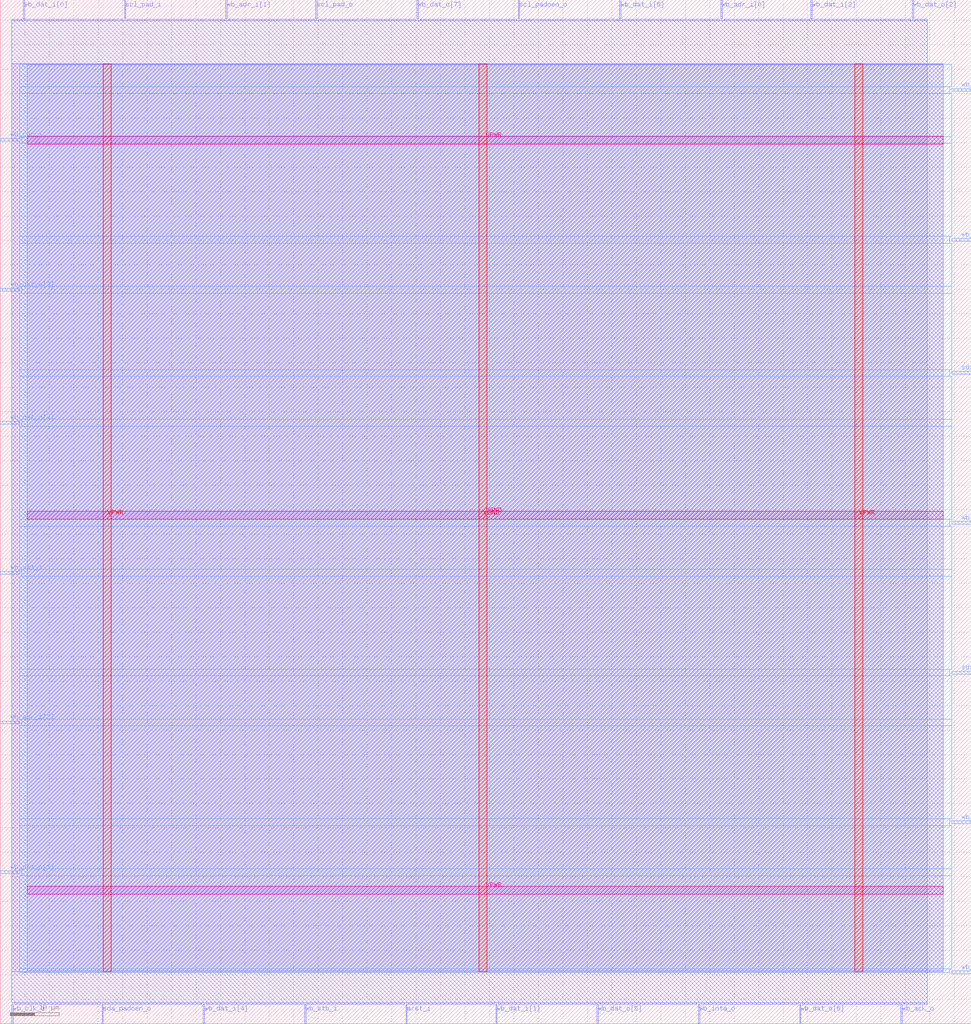
<source format=lef>
VERSION 5.7 ;
  NOWIREEXTENSIONATPIN ON ;
  DIVIDERCHAR "/" ;
  BUSBITCHARS "[]" ;
MACRO i2c_master_top
  CLASS BLOCK ;
  FOREIGN i2c_master_top ;
  ORIGIN 0.000 0.000 ;
  SIZE 198.450 BY 209.170 ;
  PIN arst_i
    DIRECTION INPUT ;
    USE SIGNAL ;
    PORT
      LAYER met2 ;
        RECT 82.890 0.000 83.170 4.000 ;
    END
  END arst_i
  PIN scl_pad_i
    DIRECTION INPUT ;
    USE SIGNAL ;
    PORT
      LAYER met2 ;
        RECT 25.390 205.170 25.670 209.170 ;
    END
  END scl_pad_i
  PIN scl_pad_o
    DIRECTION OUTPUT TRISTATE ;
    USE SIGNAL ;
    PORT
      LAYER met2 ;
        RECT 64.490 205.170 64.770 209.170 ;
    END
  END scl_pad_o
  PIN scl_padoen_o
    DIRECTION OUTPUT TRISTATE ;
    USE SIGNAL ;
    PORT
      LAYER met2 ;
        RECT 105.890 205.170 106.170 209.170 ;
    END
  END scl_padoen_o
  PIN sda_pad_i
    DIRECTION INPUT ;
    USE SIGNAL ;
    PORT
      LAYER met3 ;
        RECT 194.450 71.440 198.450 72.040 ;
    END
  END sda_pad_i
  PIN sda_pad_o
    DIRECTION OUTPUT TRISTATE ;
    USE SIGNAL ;
    PORT
      LAYER met3 ;
        RECT 194.450 132.640 198.450 133.240 ;
    END
  END sda_pad_o
  PIN sda_padoen_o
    DIRECTION OUTPUT TRISTATE ;
    USE SIGNAL ;
    PORT
      LAYER met2 ;
        RECT 20.790 0.000 21.070 4.000 ;
    END
  END sda_padoen_o
  PIN wb_ack_o
    DIRECTION OUTPUT TRISTATE ;
    USE SIGNAL ;
    PORT
      LAYER met2 ;
        RECT 184.090 0.000 184.370 4.000 ;
    END
  END wb_ack_o
  PIN wb_adr_i[0]
    DIRECTION INPUT ;
    USE SIGNAL ;
    PORT
      LAYER met2 ;
        RECT 147.290 205.170 147.570 209.170 ;
    END
  END wb_adr_i[0]
  PIN wb_adr_i[1]
    DIRECTION INPUT ;
    USE SIGNAL ;
    PORT
      LAYER met2 ;
        RECT 46.090 205.170 46.370 209.170 ;
    END
  END wb_adr_i[1]
  PIN wb_adr_i[2]
    DIRECTION INPUT ;
    USE SIGNAL ;
    PORT
      LAYER met3 ;
        RECT 0.000 61.240 4.000 61.840 ;
    END
  END wb_adr_i[2]
  PIN wb_clk_i
    DIRECTION INPUT ;
    USE SIGNAL ;
    PORT
      LAYER met2 ;
        RECT 2.390 0.000 2.670 4.000 ;
    END
  END wb_clk_i
  PIN wb_cyc_i
    DIRECTION INPUT ;
    USE SIGNAL ;
    PORT
      LAYER met3 ;
        RECT 0.000 180.240 4.000 180.840 ;
    END
  END wb_cyc_i
  PIN wb_dat_i[0]
    DIRECTION INPUT ;
    USE SIGNAL ;
    PORT
      LAYER met2 ;
        RECT 4.690 205.170 4.970 209.170 ;
    END
  END wb_dat_i[0]
  PIN wb_dat_i[1]
    DIRECTION INPUT ;
    USE SIGNAL ;
    PORT
      LAYER met2 ;
        RECT 101.290 0.000 101.570 4.000 ;
    END
  END wb_dat_i[1]
  PIN wb_dat_i[2]
    DIRECTION INPUT ;
    USE SIGNAL ;
    PORT
      LAYER met2 ;
        RECT 165.690 205.170 165.970 209.170 ;
    END
  END wb_dat_i[2]
  PIN wb_dat_i[3]
    DIRECTION INPUT ;
    USE SIGNAL ;
    PORT
      LAYER met3 ;
        RECT 194.450 159.840 198.450 160.440 ;
    END
  END wb_dat_i[3]
  PIN wb_dat_i[4]
    DIRECTION INPUT ;
    USE SIGNAL ;
    PORT
      LAYER met2 ;
        RECT 41.490 0.000 41.770 4.000 ;
    END
  END wb_dat_i[4]
  PIN wb_dat_i[5]
    DIRECTION INPUT ;
    USE SIGNAL ;
    PORT
      LAYER met3 ;
        RECT 194.450 40.840 198.450 41.440 ;
    END
  END wb_dat_i[5]
  PIN wb_dat_i[6]
    DIRECTION INPUT ;
    USE SIGNAL ;
    PORT
      LAYER met2 ;
        RECT 126.590 205.170 126.870 209.170 ;
    END
  END wb_dat_i[6]
  PIN wb_dat_i[7]
    DIRECTION INPUT ;
    USE SIGNAL ;
    PORT
      LAYER met3 ;
        RECT 194.450 102.040 198.450 102.640 ;
    END
  END wb_dat_i[7]
  PIN wb_dat_o[0]
    DIRECTION OUTPUT TRISTATE ;
    USE SIGNAL ;
    PORT
      LAYER met3 ;
        RECT 194.450 10.240 198.450 10.840 ;
    END
  END wb_dat_o[0]
  PIN wb_dat_o[1]
    DIRECTION OUTPUT TRISTATE ;
    USE SIGNAL ;
    PORT
      LAYER met3 ;
        RECT 0.000 30.640 4.000 31.240 ;
    END
  END wb_dat_o[1]
  PIN wb_dat_o[2]
    DIRECTION OUTPUT TRISTATE ;
    USE SIGNAL ;
    PORT
      LAYER met2 ;
        RECT 186.390 205.170 186.670 209.170 ;
    END
  END wb_dat_o[2]
  PIN wb_dat_o[3]
    DIRECTION OUTPUT TRISTATE ;
    USE SIGNAL ;
    PORT
      LAYER met3 ;
        RECT 0.000 149.640 4.000 150.240 ;
    END
  END wb_dat_o[3]
  PIN wb_dat_o[4]
    DIRECTION OUTPUT TRISTATE ;
    USE SIGNAL ;
    PORT
      LAYER met3 ;
        RECT 0.000 122.440 4.000 123.040 ;
    END
  END wb_dat_o[4]
  PIN wb_dat_o[5]
    DIRECTION OUTPUT TRISTATE ;
    USE SIGNAL ;
    PORT
      LAYER met2 ;
        RECT 121.990 0.000 122.270 4.000 ;
    END
  END wb_dat_o[5]
  PIN wb_dat_o[6]
    DIRECTION OUTPUT TRISTATE ;
    USE SIGNAL ;
    PORT
      LAYER met2 ;
        RECT 163.390 0.000 163.670 4.000 ;
    END
  END wb_dat_o[6]
  PIN wb_dat_o[7]
    DIRECTION OUTPUT TRISTATE ;
    USE SIGNAL ;
    PORT
      LAYER met2 ;
        RECT 85.190 205.170 85.470 209.170 ;
    END
  END wb_dat_o[7]
  PIN wb_inta_o
    DIRECTION OUTPUT TRISTATE ;
    USE SIGNAL ;
    PORT
      LAYER met2 ;
        RECT 142.690 0.000 142.970 4.000 ;
    END
  END wb_inta_o
  PIN wb_rst_i
    DIRECTION INPUT ;
    USE SIGNAL ;
    PORT
      LAYER met3 ;
        RECT 0.000 91.840 4.000 92.440 ;
    END
  END wb_rst_i
  PIN wb_stb_i
    DIRECTION INPUT ;
    USE SIGNAL ;
    PORT
      LAYER met2 ;
        RECT 62.190 0.000 62.470 4.000 ;
    END
  END wb_stb_i
  PIN wb_we_i
    DIRECTION INPUT ;
    USE SIGNAL ;
    PORT
      LAYER met3 ;
        RECT 194.450 190.440 198.450 191.040 ;
    END
  END wb_we_i
  PIN VPWR
    DIRECTION INOUT ;
    USE POWER ;
    PORT
      LAYER met4 ;
        RECT 174.640 10.640 176.240 196.080 ;
    END
  END VPWR
  PIN VPWR
    DIRECTION INOUT ;
    USE POWER ;
    PORT
      LAYER met4 ;
        RECT 21.040 10.640 22.640 196.080 ;
    END
  END VPWR
  PIN VPWR
    DIRECTION INOUT ;
    USE POWER ;
    PORT
      LAYER met5 ;
        RECT 5.520 179.670 192.740 181.270 ;
    END
  END VPWR
  PIN VPWR
    DIRECTION INOUT ;
    USE POWER ;
    PORT
      LAYER met5 ;
        RECT 5.520 26.490 192.740 28.090 ;
    END
  END VPWR
  PIN VGND
    DIRECTION INOUT ;
    USE GROUND ;
    PORT
      LAYER met4 ;
        RECT 97.840 10.640 99.440 196.080 ;
    END
  END VGND
  PIN VGND
    DIRECTION INOUT ;
    USE GROUND ;
    PORT
      LAYER met5 ;
        RECT 5.520 103.080 192.740 104.680 ;
    END
  END VGND
  OBS
      LAYER li1 ;
        RECT 5.520 10.795 192.740 195.925 ;
      LAYER met1 ;
        RECT 2.370 10.640 192.740 196.080 ;
      LAYER met2 ;
        RECT 2.400 204.890 4.410 205.170 ;
        RECT 5.250 204.890 25.110 205.170 ;
        RECT 25.950 204.890 45.810 205.170 ;
        RECT 46.650 204.890 64.210 205.170 ;
        RECT 65.050 204.890 84.910 205.170 ;
        RECT 85.750 204.890 105.610 205.170 ;
        RECT 106.450 204.890 126.310 205.170 ;
        RECT 127.150 204.890 147.010 205.170 ;
        RECT 147.850 204.890 165.410 205.170 ;
        RECT 166.250 204.890 186.110 205.170 ;
        RECT 186.950 204.890 189.430 205.170 ;
        RECT 2.400 4.280 189.430 204.890 ;
        RECT 2.950 4.000 20.510 4.280 ;
        RECT 21.350 4.000 41.210 4.280 ;
        RECT 42.050 4.000 61.910 4.280 ;
        RECT 62.750 4.000 82.610 4.280 ;
        RECT 83.450 4.000 101.010 4.280 ;
        RECT 101.850 4.000 121.710 4.280 ;
        RECT 122.550 4.000 142.410 4.280 ;
        RECT 143.250 4.000 163.110 4.280 ;
        RECT 163.950 4.000 183.810 4.280 ;
        RECT 184.650 4.000 189.430 4.280 ;
      LAYER met3 ;
        RECT 4.000 191.440 194.450 196.005 ;
        RECT 4.000 190.040 194.050 191.440 ;
        RECT 4.000 181.240 194.450 190.040 ;
        RECT 4.400 179.840 194.450 181.240 ;
        RECT 4.000 160.840 194.450 179.840 ;
        RECT 4.000 159.440 194.050 160.840 ;
        RECT 4.000 150.640 194.450 159.440 ;
        RECT 4.400 149.240 194.450 150.640 ;
        RECT 4.000 133.640 194.450 149.240 ;
        RECT 4.000 132.240 194.050 133.640 ;
        RECT 4.000 123.440 194.450 132.240 ;
        RECT 4.400 122.040 194.450 123.440 ;
        RECT 4.000 103.040 194.450 122.040 ;
        RECT 4.000 101.640 194.050 103.040 ;
        RECT 4.000 92.840 194.450 101.640 ;
        RECT 4.400 91.440 194.450 92.840 ;
        RECT 4.000 72.440 194.450 91.440 ;
        RECT 4.000 71.040 194.050 72.440 ;
        RECT 4.000 62.240 194.450 71.040 ;
        RECT 4.400 60.840 194.450 62.240 ;
        RECT 4.000 41.840 194.450 60.840 ;
        RECT 4.000 40.440 194.050 41.840 ;
        RECT 4.000 31.640 194.450 40.440 ;
        RECT 4.400 30.240 194.450 31.640 ;
        RECT 4.000 11.240 194.450 30.240 ;
        RECT 4.000 10.375 194.050 11.240 ;
  END
END i2c_master_top
END LIBRARY


</source>
